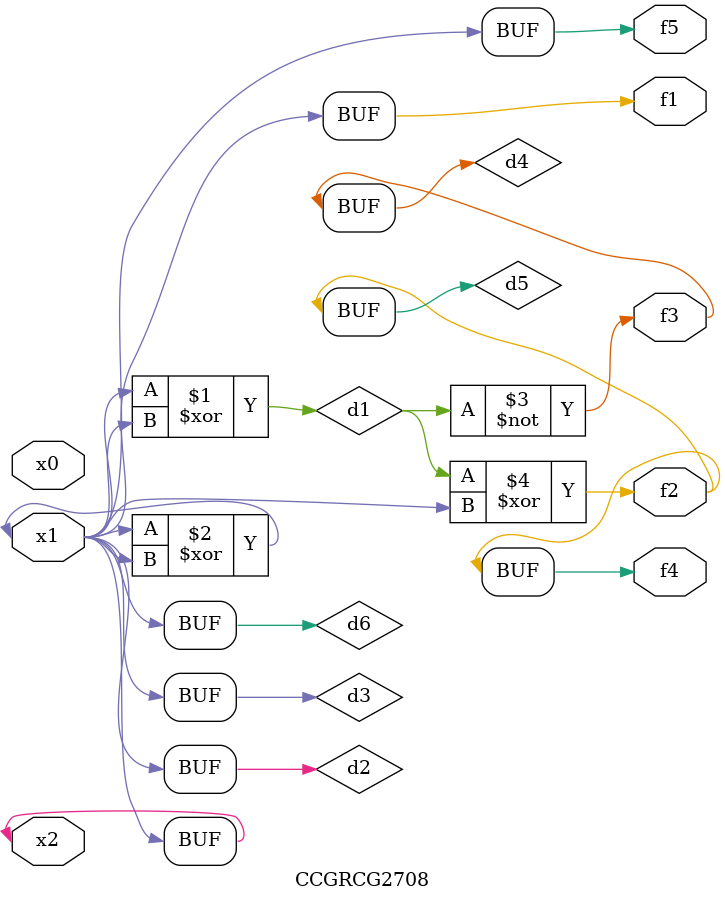
<source format=v>
module CCGRCG2708(
	input x0, x1, x2,
	output f1, f2, f3, f4, f5
);

	wire d1, d2, d3, d4, d5, d6;

	xor (d1, x1, x2);
	buf (d2, x1, x2);
	xor (d3, x1, x2);
	nor (d4, d1);
	xor (d5, d1, d2);
	buf (d6, d2, d3);
	assign f1 = d6;
	assign f2 = d5;
	assign f3 = d4;
	assign f4 = d5;
	assign f5 = d6;
endmodule

</source>
